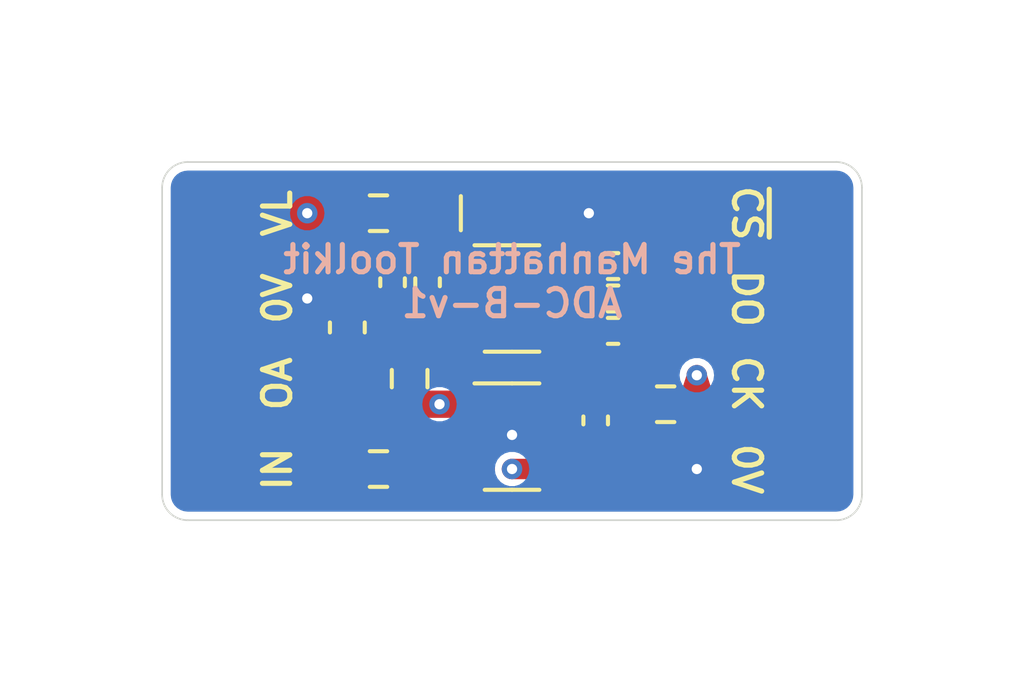
<source format=kicad_pcb>
(kicad_pcb (version 20240108) (generator "pcbnew") (generator_version "8.0")
  (layers (0 "F.Cu" signal) (1 "In1.Cu" signal) (2 "In2.Cu" signal) (31 "B.Cu" signal) (34 "B.Paste" user) (35 "F.Paste" user) (36 "B.SilkS" user "B.Silkscreen") (37 "F.SilkS" user "F.Silkscreen") (38 "B.Mask" user) (39 "F.Mask" user) (44 "Edge.Cuts" user))
  (net 0 "")
  (net 1 "GND")
  (net 2 "+3.3V")
  (net 3 "/AD_IN")
  (net 4 "/IN")
  (net 5 "/~{CS}")
  (net 6 "/SDO")
  (net 7 "/SCK")
  (net 8 "Net-(U1-VDD)")
  (net 9 "Net-(U2-V+)")
  (net 10 "/INPUT")
  (net 11 "Net-(U2-+)")
  (net 12 "Net-(U1-~{CS})")
  (net 13 "Net-(U1-SDO)")
  (net 14 "Net-(U1-SCK)")
  (footprint "TestPoint:TestPoint_Pad_2.0x2.0mm" (layer "F.Cu") (at 138.75 101.25)
    (property "Reference" "TP7" (hide yes))
    (property "Value" "TestPoint")
    (pad "1" smd roundrect (at 0 0) (size 2 2) (layers "F.Cu" "F.Mask") (roundrect_rratio 0.125) (net 4 "/IN"))
  )
  (footprint "Resistor_SMD:R_0603_1608Metric_Pad0.98x0.95mm_HandSolder" (layer "F.Cu") (at 152 101.85 180)
    (property "Reference" "R2" (hide yes))
    (property "Value" "10Ω")
    (fp_line (start -0.254724 0.5225) (end 0.254724 0.5225) (stroke (width 0.12)) (layer "F.SilkS"))
    (fp_line (start -0.254724 -0.5225) (end 0.254724 -0.5225) (stroke (width 0.12)) (layer "F.SilkS"))
    (pad "1" smd roundrect (at -0.9125 0 180) (size 0.975 0.95) (layers "F.Cu" "F.Paste" "F.Mask") (net 2 "+3.3V"))
    (pad "2" smd roundrect (at 0.9125 0 180) (size 0.975 0.95) (layers "F.Cu" "F.Paste" "F.Mask") (net 9 "Net-(U2-V+)"))
  )
  (footprint "Resistor_SMD:R_0402_1005Metric" (layer "F.Cu") (at 150.46 99.7)
    (property "Reference" "R6" (hide yes))
    (property "Value" "33Ω")
    (fp_line (start -0.153641 -0.38) (end 0.153641 -0.38) (stroke (width 0.12)) (layer "F.SilkS"))
    (fp_line (start -0.153641 0.38) (end 0.153641 0.38) (stroke (width 0.12)) (layer "F.SilkS"))
    (pad "1" smd roundrect (at -0.51 0) (size 0.6 0.6) (layers "F.Cu" "F.Paste" "F.Mask") (net 14 "Net-(U1-SCK)"))
    (pad "2" smd roundrect (at 0.51 0) (size 0.6 0.6) (layers "F.Cu" "F.Paste" "F.Mask") (net 7 "/SCK"))
  )
  (footprint "TestPoint:TestPoint_Pad_2.0x2.0mm" (layer "F.Cu") (at 156.25 98.75)
    (property "Reference" "TP5" (hide yes))
    (property "Value" "TestPoint")
    (pad "1" smd roundrect (at 0 0) (size 2 2) (layers "F.Cu" "F.Mask") (roundrect_rratio 0.125) (net 6 "/SDO"))
  )
  (footprint "Resistor_SMD:R_0603_1608Metric_Pad0.98x0.95mm_HandSolder" (layer "F.Cu") (at 143.5875 96.25)
    (property "Reference" "FB1" (hide yes))
    (property "Value" "FerriteBead_Small")
    (fp_line (start -0.254724 -0.5225) (end 0.254724 -0.5225) (stroke (width 0.12)) (layer "F.SilkS"))
    (fp_line (start -0.254724 0.5225) (end 0.254724 0.5225) (stroke (width 0.12)) (layer "F.SilkS"))
    (pad "1" smd roundrect (at -0.9125 0) (size 0.975 0.95) (layers "F.Cu" "F.Paste" "F.Mask") (net 2 "+3.3V"))
    (pad "2" smd roundrect (at 0.9125 0) (size 0.975 0.95) (layers "F.Cu" "F.Paste" "F.Mask") (net 8 "Net-(U1-VDD)"))
  )
  (footprint "Resistor_SMD:R_0402_1005Metric" (layer "F.Cu") (at 150.46 97.8)
    (property "Reference" "R4" (hide yes))
    (property "Value" "33Ω")
    (fp_line (start -0.153641 -0.38) (end 0.153641 -0.38) (stroke (width 0.12)) (layer "F.SilkS"))
    (fp_line (start -0.153641 0.38) (end 0.153641 0.38) (stroke (width 0.12)) (layer "F.SilkS"))
    (pad "1" smd roundrect (at -0.51 0) (size 0.6 0.6) (layers "F.Cu" "F.Paste" "F.Mask") (net 12 "Net-(U1-~{CS})"))
    (pad "2" smd roundrect (at 0.51 0) (size 0.6 0.6) (layers "F.Cu" "F.Paste" "F.Mask") (net 5 "/~{CS}"))
  )
  (footprint "Capacitor_SMD:C_0402_1005Metric_Pad0.74x0.62mm_HandSolder" (layer "F.Cu") (at 149.95 102.325 90)
    (property "Reference" "C6" (hide yes))
    (property "Value" "1μF")
    (fp_line (start -0.115835 -0.36) (end 0.115835 -0.36) (stroke (width 0.12)) (layer "F.SilkS"))
    (fp_line (start -0.115835 0.36) (end 0.115835 0.36) (stroke (width 0.12)) (layer "F.SilkS"))
    (pad "1" smd roundrect (at -0.475 0 90) (size 0.6 0.6) (layers "F.Cu" "F.Paste" "F.Mask") (net 1 "GND"))
    (pad "2" smd roundrect (at 0.475 0 90) (size 0.6 0.6) (layers "F.Cu" "F.Paste" "F.Mask") (net 9 "Net-(U2-V+)"))
  )
  (footprint "Package_TO_SOT_SMD:TSOT-23-6" (layer "F.Cu") (at 147.5 98.75)
    (property "Reference" "U1" (hide yes))
    (property "Value" "AD7276")
    (fp_line (start 0 -1.56) (end -1.1 -1.56) (stroke (width 0.12)) (layer "F.SilkS"))
    (fp_line (start 0 -1.56) (end 0.8 -1.56) (stroke (width 0.12)) (layer "F.SilkS"))
    (fp_line (start 0 1.56) (end -0.8 1.56) (stroke (width 0.12)) (layer "F.SilkS"))
    (fp_line (start 0 1.56) (end 0.8 1.56) (stroke (width 0.12)) (layer "F.SilkS"))
    (pad "1" smd roundrect (at -1.125 -0.95) (size 1.25 0.6) (layers "F.Cu" "F.Paste" "F.Mask") (net 8 "Net-(U1-VDD)"))
    (pad "2" smd roundrect (at -1.125 0) (size 1.25 0.6) (layers "F.Cu" "F.Paste" "F.Mask") (net 1 "GND"))
    (pad "3" smd roundrect (at -1.125 0.95) (size 1.25 0.6) (layers "F.Cu" "F.Paste" "F.Mask") (net 3 "/AD_IN"))
    (pad "4" smd roundrect (at 1.125 0.95) (size 1.25 0.6) (layers "F.Cu" "F.Paste" "F.Mask") (net 14 "Net-(U1-SCK)"))
    (pad "5" smd roundrect (at 1.125 0) (size 1.25 0.6) (layers "F.Cu" "F.Paste" "F.Mask") (net 13 "Net-(U1-SDO)"))
    (pad "6" smd roundrect (at 1.125 -0.95) (size 1.25 0.6) (layers "F.Cu" "F.Paste" "F.Mask") (net 12 "Net-(U1-~{CS})"))
  )
  (footprint "Resistor_SMD:R_0603_1608Metric_Pad0.98x0.95mm_HandSolder" (layer "F.Cu") (at 144.5 101.1 90)
    (property "Reference" "R1" (hide yes))
    (property "Value" "22Ω")
    (fp_line (start -0.254724 -0.5225) (end 0.254724 -0.5225) (stroke (width 0.12)) (layer "F.SilkS"))
    (fp_line (start -0.254724 0.5225) (end 0.254724 0.5225) (stroke (width 0.12)) (layer "F.SilkS"))
    (pad "1" smd roundrect (at -0.75 0 90) (size 0.8 0.95) (layers "F.Cu" "F.Paste" "F.Mask") (net 4 "/IN"))
    (pad "2" smd roundrect (at 0.75 0 90) (size 0.8 0.95) (layers "F.Cu" "F.Paste" "F.Mask") (net 3 "/AD_IN"))
  )
  (footprint "Capacitor_SMD:C_0603_1608Metric_Pad1.08x0.95mm_HandSolder" (layer "F.Cu") (at 142.675 99.6 -90)
    (property "Reference" "C2" (hide yes))
    (property "Value" "220pF")
    (fp_line (start -0.146267 0.51) (end 0.146267 0.51) (stroke (width 0.12)) (layer "F.SilkS"))
    (fp_line (start -0.146267 -0.51) (end 0.146267 -0.51) (stroke (width 0.12)) (layer "F.SilkS"))
    (pad "1" smd roundrect (at -0.75 0 270) (size 0.8 0.95) (layers "F.Cu" "F.Paste" "F.Mask") (net 1 "GND"))
    (pad "2" smd roundrect (at 0.75 0 270) (size 0.8 0.95) (layers "F.Cu" "F.Paste" "F.Mask") (net 3 "/AD_IN"))
  )
  (footprint "TestPoint:TestPoint_Pad_2.0x2.0mm" (layer "F.Cu") (at 156.25 103.75)
    (property "Reference" "TP8" (hide yes))
    (property "Value" "TestPoint")
    (pad "1" smd roundrect (at 0 0) (size 2 2) (layers "F.Cu" "F.Mask") (roundrect_rratio 0.125) (net 1 "GND"))
  )
  (footprint "TestPoint:TestPoint_Pad_2.0x2.0mm" (layer "F.Cu") (at 156.25 96.25)
    (property "Reference" "TP4" (hide yes))
    (property "Value" "TestPoint")
    (pad "1" smd roundrect (at 0 0) (size 2 2) (layers "F.Cu" "F.Mask") (roundrect_rratio 0.125) (net 5 "/~{CS}"))
  )
  (footprint "Package_TO_SOT_SMD:SOT-23-5" (layer "F.Cu") (at 147.5 102.8)
    (property "Reference" "U2" (hide yes))
    (property "Value" "OPA354")
    (fp_line (start 0 -1.56) (end -1.1 -1.56) (stroke (width 0.12)) (layer "F.SilkS"))
    (fp_line (start 0 -1.56) (end 0.8 -1.56) (stroke (width 0.12)) (layer "F.SilkS"))
    (fp_line (start 0 1.56) (end -0.8 1.56) (stroke (width 0.12)) (layer "F.SilkS"))
    (fp_line (start 0 1.56) (end 0.8 1.56) (stroke (width 0.12)) (layer "F.SilkS"))
    (pad "1" smd roundrect (at -1.125 -0.95) (size 1.25 0.6) (layers "F.Cu" "F.Paste" "F.Mask") (net 4 "/IN"))
    (pad "2" smd roundrect (at -1.125 0) (size 1.25 0.6) (layers "F.Cu" "F.Paste" "F.Mask") (net 1 "GND"))
    (pad "3" smd roundrect (at -1.125 0.95) (size 1.25 0.6) (layers "F.Cu" "F.Paste" "F.Mask") (net 11 "Net-(U2-+)"))
    (pad "4" smd roundrect (at 1.125 0.95) (size 1.25 0.6) (layers "F.Cu" "F.Paste" "F.Mask") (net 4 "/IN"))
    (pad "5" smd roundrect (at 1.125 -0.95) (size 1.25 0.6) (layers "F.Cu" "F.Paste" "F.Mask") (net 9 "Net-(U2-V+)"))
  )
  (footprint "TestPoint:TestPoint_Pad_2.0x2.0mm" (layer "F.Cu") (at 138.75 98.75)
    (property "Reference" "TP2" (hide yes))
    (property "Value" "TestPoint")
    (pad "1" smd roundrect (at 0 0) (size 2 2) (layers "F.Cu" "F.Mask") (roundrect_rratio 0.125) (net 1 "GND"))
  )
  (footprint "TestPoint:TestPoint_Pad_2.0x2.0mm" (layer "F.Cu") (at 156.25 101.25)
    (property "Reference" "TP6" (hide yes))
    (property "Value" "TestPoint")
    (pad "1" smd roundrect (at 0 0) (size 2 2) (layers "F.Cu" "F.Mask") (roundrect_rratio 0.125) (net 7 "/SCK"))
  )
  (footprint "TestPoint:TestPoint_Pad_2.0x2.0mm" (layer "F.Cu") (at 138.75 103.75)
    (property "Reference" "TP3" (hide yes))
    (property "Value" "TestPoint")
    (pad "1" smd roundrect (at 0 0) (size 2 2) (layers "F.Cu" "F.Mask") (roundrect_rratio 0.125) (net 10 "/INPUT"))
  )
  (footprint "Capacitor_SMD:C_0402_1005Metric_Pad0.74x0.62mm_HandSolder" (layer "F.Cu") (at 144 98.275 90)
    (property "Reference" "C1" (hide yes))
    (property "Value" "680nF")
    (fp_line (start -0.115835 -0.36) (end 0.115835 -0.36) (stroke (width 0.12)) (layer "F.SilkS"))
    (fp_line (start -0.115835 0.36) (end 0.115835 0.36) (stroke (width 0.12)) (layer "F.SilkS"))
    (pad "1" smd roundrect (at -0.475 0 90) (size 0.6 0.6) (layers "F.Cu" "F.Paste" "F.Mask") (net 1 "GND"))
    (pad "2" smd roundrect (at 0.475 0 90) (size 0.6 0.6) (layers "F.Cu" "F.Paste" "F.Mask") (net 8 "Net-(U1-VDD)"))
  )
  (footprint "TestPoint:TestPoint_Pad_2.0x2.0mm" (layer "F.Cu") (at 138.75 96.25)
    (property "Reference" "TP1" (hide yes))
    (property "Value" "TestPoint")
    (pad "1" smd roundrect (at 0 0) (size 2 2) (layers "F.Cu" "F.Mask") (roundrect_rratio 0.125) (net 2 "+3.3V"))
  )
  (footprint "Resistor_SMD:R_0603_1608Metric_Pad0.98x0.95mm_HandSolder" (layer "F.Cu") (at 143.5875 103.75)
    (property "Reference" "R3" (hide yes))
    (property "Value" "R")
    (fp_line (start -0.254724 -0.5225) (end 0.254724 -0.5225) (stroke (width 0.12)) (layer "F.SilkS"))
    (fp_line (start -0.254724 0.5225) (end 0.254724 0.5225) (stroke (width 0.12)) (layer "F.SilkS"))
    (pad "1" smd roundrect (at -0.9125 0) (size 0.975 0.95) (layers "F.Cu" "F.Paste" "F.Mask") (net 10 "/INPUT"))
    (pad "2" smd roundrect (at 0.9125 0) (size 0.975 0.95) (layers "F.Cu" "F.Paste" "F.Mask") (net 11 "Net-(U2-+)"))
  )
  (footprint "Resistor_SMD:R_0402_1005Metric" (layer "F.Cu") (at 150.46 98.75)
    (property "Reference" "R5" (hide yes))
    (property "Value" "33Ω")
    (fp_line (start -0.153641 -0.38) (end 0.153641 -0.38) (stroke (width 0.12)) (layer "F.SilkS"))
    (fp_line (start -0.153641 0.38) (end 0.153641 0.38) (stroke (width 0.12)) (layer "F.SilkS"))
    (pad "1" smd roundrect (at -0.51 0) (size 0.6 0.6) (layers "F.Cu" "F.Paste" "F.Mask") (net 13 "Net-(U1-SDO)"))
    (pad "2" smd roundrect (at 0.51 0) (size 0.6 0.6) (layers "F.Cu" "F.Paste" "F.Mask") (net 6 "/SDO"))
  )
  (footprint "Capacitor_SMD:C_0402_1005Metric_Pad0.74x0.62mm_HandSolder" (layer "F.Cu") (at 145.025 98.275 90)
    (property "Reference" "C3" (hide yes))
    (property "Value" "100nF")
    (fp_line (start -0.115835 -0.36) (end 0.115835 -0.36) (stroke (width 0.12)) (layer "F.SilkS"))
    (fp_line (start -0.115835 0.36) (end 0.115835 0.36) (stroke (width 0.12)) (layer "F.SilkS"))
    (pad "1" smd roundrect (at -0.475 0 90) (size 0.6 0.6) (layers "F.Cu" "F.Paste" "F.Mask") (net 1 "GND"))
    (pad "2" smd roundrect (at 0.475 0 90) (size 0.6 0.6) (layers "F.Cu" "F.Paste" "F.Mask") (net 8 "Net-(U1-VDD)"))
  )
  (footprint "Capacitor_Tantalum_SMD:CP_EIA-2012-15_AVX-P" (layer "F.Cu") (at 147.5 96.25)
    (property "Reference" "C4" (hide yes))
    (property "Value" "10μF")
    (fp_line (start -1.5 -0.5) (end -1.5 0.5) (stroke (width 0.12)) (layer "F.SilkS"))
    (pad "1" smd roundrect (at -0.875 0) (size 0.75 1.25) (layers "F.Cu" "F.Paste" "F.Mask") (roundrect_rratio 0.238095) (net 8 "Net-(U1-VDD)"))
    (pad "2" smd roundrect (at 0.875 0) (size 0.75 1.25) (layers "F.Cu" "F.Paste" "F.Mask") (roundrect_rratio 0.238095) (net 1 "GND"))
  )
  (gr_arc (start 157 94.75) (mid 157.53033 94.96967) (end 157.75 95.5) (stroke (width 0.05)) (layer "Edge.Cuts"))
  (gr_line (start 157 105.25) (end 138 105.25) (stroke (width 0.05)) (layer "Edge.Cuts"))
  (gr_line (start 157.75 95.5) (end 157.75 104.5) (stroke (width 0.05)) (layer "Edge.Cuts"))
  (gr_arc (start 138 105.25) (mid 137.46967 105.03033) (end 137.25 104.5) (stroke (width 0.05)) (layer "Edge.Cuts"))
  (gr_line (start 138 94.75) (end 157 94.75) (stroke (width 0.05)) (layer "Edge.Cuts"))
  (gr_arc (start 157.75 104.5) (mid 157.53033 105.03033) (end 157 105.25) (stroke (width 0.05)) (layer "Edge.Cuts"))
  (gr_arc (start 137.25 95.5) (mid 137.46967 94.96967) (end 138 94.75) (stroke (width 0.05)) (layer "Edge.Cuts"))
  (gr_line (start 137.25 104.5) (end 137.25 95.5) (stroke (width 0.05)) (layer "Edge.Cuts"))
  (gr_text "The Manhattan Toolkit\nADC-B-v1" (at 147.5 98.25 0) (layer "B.SilkS") (effects (font (size 0.8 0.8)) (justify mirror)))
  (gr_text "CK" (at 154.375 101.25 270) (layer "F.SilkS") (effects (font (size 0.8 0.8))))
  (gr_text "~{CS}" (at 154.375 96.25 270) (layer "F.SilkS") (effects (font (size 0.8 0.8))))
  (gr_text "DO" (at 154.375 98.75 270) (layer "F.SilkS") (effects (font (size 0.8 0.8))))
  (gr_text "0V" (at 140.625 98.75 90) (layer "F.SilkS") (effects (font (size 0.8 0.8))))
  (gr_text "IN" (at 140.625 103.75 90) (layer "F.SilkS") (effects (font (size 0.8 0.8))))
  (gr_text "OA" (at 140.625 101.25 90) (layer "F.SilkS") (effects (font (size 0.8 0.8))))
  (gr_text "VL" (at 140.625 96.25 90) (layer "F.SilkS") (effects (font (size 0.8 0.8))))
  (gr_text "0V" (at 154.375 103.75 270) (layer "F.SilkS") (effects (font (size 0.8 0.8))))
  (via (at 147.5 102.75) (size 0.6) (drill 0.3) (layers "F.Cu" "B.Cu") (net 1))
  (via (at 149.75 96.25) (size 0.6) (drill 0.3) (layers "F.Cu" "B.Cu") (net 1))
  (via (at 141.5 98.75) (size 0.6) (drill 0.3) (layers "F.Cu" "B.Cu") (net 1))
  (via (at 152.9125 103.75) (size 0.6) (drill 0.3) (layers "F.Cu" "B.Cu") (net 1))
  (segment (start 152.9125 101) (end 152.9125 101.85) (width 0.6) (layer "F.Cu") (net 2))
  (via (at 152.9125 101) (size 0.6) (drill 0.3) (layers "F.Cu" "B.Cu") (net 2))
  (via (at 141.5 96.25) (size 0.6) (drill 0.3) (layers "F.Cu" "B.Cu") (net 2))
  (segment (start 146.375 101.85) (end 144.5 101.85) (width 0.6) (layer "F.Cu") (net 4))
  (segment (start 148.625 103.75) (end 147.5 103.75) (width 0.6) (layer "F.Cu") (net 4))
  (via (at 147.5 103.75) (size 0.6) (drill 0.3) (layers "F.Cu" "B.Cu") (net 4))
  (via (at 145.375 101.85) (size 0.6) (drill 0.3) (layers "F.Cu" "B.Cu") (net 4))
  (segment (start 154.7 97.8) (end 156.25 96.25) (width 0.6) (layer "F.Cu") (net 5))
  (segment (start 150.97 97.8) (end 154.7 97.8) (width 0.6) (layer "F.Cu") (net 5))
  (segment (start 150.97 98.75) (end 156.25 98.75) (width 0.6) (layer "F.Cu") (net 6))
  (segment (start 154.7 99.7) (end 156.25 101.25) (width 0.6) (layer "F.Cu") (net 7))
  (segment (start 150.97 99.7) (end 154.7 99.7) (width 0.6) (layer "F.Cu") (net 7))
  (segment (start 151.0875 101.85) (end 148.625 101.85) (width 0.6) (layer "F.Cu") (net 9))
  (segment (start 144.5 103.75) (end 146.3625 103.75) (width 0.6) (layer "F.Cu") (net 11))
  (segment (start 148.625 97.8) (end 149.95 97.8) (width 0.6) (layer "F.Cu") (net 12))
  (segment (start 149.95 98.75) (end 148.625 98.75) (width 0.6) (layer "F.Cu") (net 13))
  (segment (start 148.625 99.7) (end 149.95 99.7) (width 0.6) (layer "F.Cu") (net 14))
  (zone (net 8) (net_name "Net-(U1-VDD)") (layer "F.Cu") (connect_pads yes (clearance 0.15)) (min_thickness 0.15) (fill yes (thermal_gap 0.15) (thermal_bridge_width 0.5) (smoothing fillet) (radius 0.25))
    (polygon (pts (xy 143.45 98.1) (xy 147 98.1) (xy 147 95.25) (xy 143.45 95.25)))
  )
  (zone (net 1) (net_name "GND") (layer "F.Cu") (priority 1) (connect_pads yes (clearance 0.15)) (min_thickness 0.15) (fill yes (thermal_gap 0.15) (thermal_bridge_width 0.5) (smoothing fillet) (radius 0.25))
    (polygon (pts (xy 137.75 99.75) (xy 137.75 97.75) (xy 143.2 97.75) (xy 143.2 98.45) (xy 147.25 98.45) (xy 147.25 95.275) (xy 150.3 95.275) (xy 150.3 97.25) (xy 147.75 97.25) (xy 147.75 102.5) (xy 150.25 102.5) (xy 150.25 102.75) (xy 157.25 102.75) (xy 157.25 104.75) (xy 149.65 104.75) (xy 149.65 103.1) (xy 145.75 103.1) (xy 145.75 102.5) (xy 147.25 102.5) (xy 147.25 99.05) (xy 145.5 99.05) (xy 145.5 99.75)))
  )
  (zone (net 10) (net_name "/INPUT") (layer "F.Cu") (priority 2) (connect_pads yes (clearance 0.15)) (min_thickness 0.15) (fill yes (thermal_gap 0.15) (thermal_bridge_width 0.5) (smoothing fillet) (radius 0.25))
    (polygon (pts (xy 137.75 102.75) (xy 143.2 102.75) (xy 143.2 104.75) (xy 137.75 104.75)))
  )
  (zone (net 2) (net_name "+3.3V") (layer "F.Cu") (priority 4) (connect_pads yes (clearance 0.15)) (min_thickness 0.15) (fill yes (thermal_gap 0.15) (thermal_bridge_width 0.5) (smoothing fillet) (radius 0.25))
    (polygon (pts (xy 137.75 95.25) (xy 137.75 97.25) (xy 143.2 97.25) (xy 143.2 95.25)))
  )
  (zone (net 4) (net_name "/IN") (layer "F.Cu") (priority 5) (connect_pads yes (clearance 0.15)) (min_thickness 0.15) (fill yes (thermal_gap 0.15) (thermal_bridge_width 0.5) (smoothing fillet) (radius 0.25))
    (polygon (pts (xy 137.75 102.25) (xy 137.75 100.25) (xy 141.5 100.25) (xy 141.5 101.45) (xy 147 101.45) (xy 147 102.25)))
  )
  (zone (net 3) (net_name "/AD_IN") (layer "F.Cu") (priority 3) (connect_pads yes (clearance 0.15)) (min_thickness 0.15) (fill yes (thermal_gap 0.15) (thermal_bridge_width 0.5) (smoothing fillet) (radius 0.25))
    (polygon (pts (xy 142.2 99.95) (xy 145.75 99.95) (xy 145.75 99.4) (xy 147 99.4) (xy 147 100.75) (xy 142.2 100.75)))
  )
  (zone (net 1) (net_name "GND") (layers "In1.Cu" "B.Cu") (priority 7) (connect_pads (clearance 0.15)) (min_thickness 0.25) (fill yes (thermal_gap 0.5) (thermal_bridge_width 0.5))
    (polygon (pts (xy 135 92.5) (xy 135 107.5) (xy 160 107.5) (xy 160 92.5)))
  )
)
</source>
